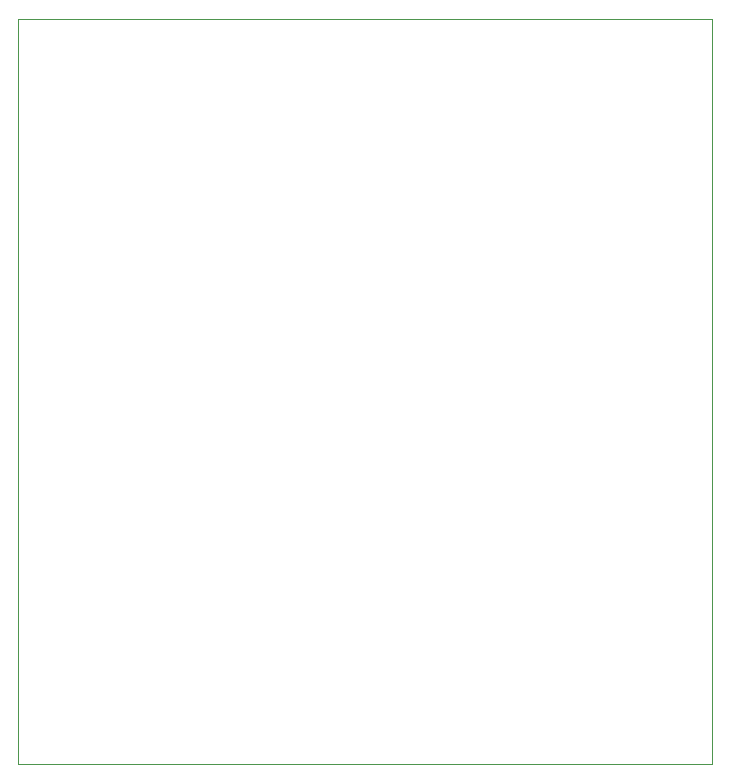
<source format=gbr>
%TF.GenerationSoftware,KiCad,Pcbnew,8.0.2-1*%
%TF.CreationDate,2024-12-19T12:34:36-05:00*%
%TF.ProjectId,low_power_module,6c6f775f-706f-4776-9572-5f6d6f64756c,rev?*%
%TF.SameCoordinates,Original*%
%TF.FileFunction,Profile,NP*%
%FSLAX46Y46*%
G04 Gerber Fmt 4.6, Leading zero omitted, Abs format (unit mm)*
G04 Created by KiCad (PCBNEW 8.0.2-1) date 2024-12-19 12:34:36*
%MOMM*%
%LPD*%
G01*
G04 APERTURE LIST*
%TA.AperFunction,Profile*%
%ADD10C,0.050000*%
%TD*%
G04 APERTURE END LIST*
D10*
X108750000Y-65650000D02*
X167500000Y-65650000D01*
X167500000Y-128750000D01*
X108750000Y-128750000D01*
X108750000Y-65650000D01*
M02*

</source>
